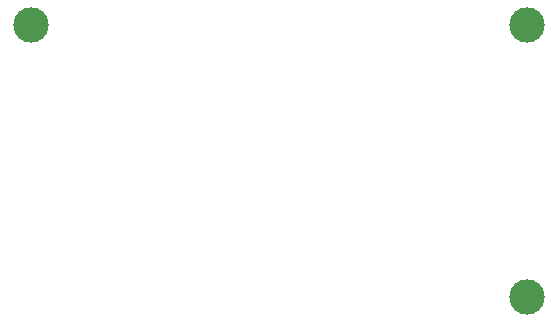
<source format=gbr>
%TF.GenerationSoftware,Altium Limited,Altium Designer,20.1.8 (145)*%
G04 Layer_Color=0*
%FSLAX45Y45*%
%MOMM*%
%TF.SameCoordinates,2300FDCC-ED38-457A-842E-A9769F27D6F2*%
%TF.FilePolarity,Positive*%
%TF.FileFunction,NonPlated,1,4,NPTH,Drill*%
%TF.Part,Single*%
G01*
G75*
%TA.AperFunction,OtherDrill,Pad Free-1 (2.5mm,25.5mm)*%
%ADD50C,3.00000*%
%TA.AperFunction,OtherDrill,Pad Free-1 (44.5mm,2.5mm)*%
%ADD51C,3.00000*%
%TA.AperFunction,OtherDrill,Pad Free-1 (44.5mm,25.5mm)*%
%ADD52C,3.00000*%
D50*
X250000Y2550000D02*
D03*
D51*
X4450000Y250000D02*
D03*
D52*
Y2550000D02*
D03*
%TF.MD5,6517f2073449061d5cc478b99a97c432*%
M02*

</source>
